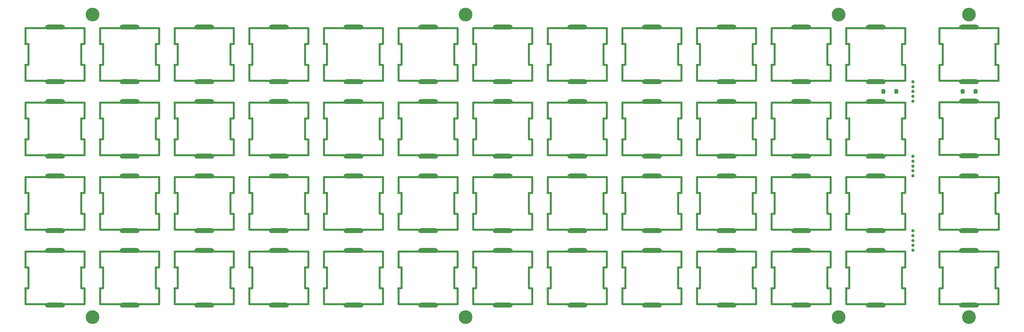
<source format=gbr>
G04 #@! TF.GenerationSoftware,KiCad,Pcbnew,(5.1.10-1-10_14)*
G04 #@! TF.CreationDate,2021-08-16T22:35:20-05:00*
G04 #@! TF.ProjectId,ori_top_plate,6f72695f-746f-4705-9f70-6c6174652e6b,rev?*
G04 #@! TF.SameCoordinates,Original*
G04 #@! TF.FileFunction,Soldermask,Bot*
G04 #@! TF.FilePolarity,Negative*
%FSLAX46Y46*%
G04 Gerber Fmt 4.6, Leading zero omitted, Abs format (unit mm)*
G04 Created by KiCad (PCBNEW (5.1.10-1-10_14)) date 2021-08-16 22:35:20*
%MOMM*%
%LPD*%
G01*
G04 APERTURE LIST*
%ADD10O,1.333500X0.508000*%
%ADD11O,5.080000X1.270000*%
%ADD12O,0.508000X5.842000*%
%ADD13O,0.508000X4.572000*%
%ADD14O,15.595600X0.508000*%
%ADD15C,0.800000*%
%ADD16C,3.500000*%
G04 APERTURE END LIST*
D10*
X396479760Y-109823700D03*
X382192260Y-109823700D03*
X396479760Y-104489700D03*
X382192260Y-104489700D03*
D11*
X389336010Y-114141700D03*
X389336010Y-100171700D03*
D12*
X382605010Y-107156700D03*
X396067010Y-107156700D03*
D13*
X381779510Y-111855700D03*
X396892510Y-111855700D03*
X396892510Y-102457700D03*
X381779510Y-102457700D03*
D14*
X389336010Y-113887700D03*
X389336010Y-100425700D03*
D10*
X396504752Y-90773620D03*
X382217252Y-90773620D03*
X396504752Y-85439620D03*
X382217252Y-85439620D03*
D11*
X389361002Y-95091620D03*
X389361002Y-81121620D03*
D12*
X382630002Y-88106620D03*
X396092002Y-88106620D03*
D13*
X381804502Y-92805620D03*
X396917502Y-92805620D03*
X396917502Y-83407620D03*
X381804502Y-83407620D03*
D14*
X389361002Y-94837620D03*
X389361002Y-81375620D03*
D10*
X396505120Y-71710880D03*
X382217620Y-71710880D03*
X396505120Y-66376880D03*
X382217620Y-66376880D03*
D11*
X389361370Y-76028880D03*
X389361370Y-62058880D03*
D12*
X382630370Y-69043880D03*
X396092370Y-69043880D03*
D13*
X381804870Y-73742880D03*
X396917870Y-73742880D03*
X396917870Y-64344880D03*
X381804870Y-64344880D03*
D14*
X389361370Y-75774880D03*
X389361370Y-62312880D03*
D10*
X396479760Y-52673460D03*
X382192260Y-52673460D03*
X396479760Y-47339460D03*
X382192260Y-47339460D03*
D11*
X389336010Y-56991460D03*
X389336010Y-43021460D03*
D12*
X382605010Y-50006460D03*
X396067010Y-50006460D03*
D13*
X381779510Y-54705460D03*
X396892510Y-54705460D03*
X396892510Y-45307460D03*
X381779510Y-45307460D03*
D14*
X389336010Y-56737460D03*
X389336010Y-43275460D03*
D10*
X372667160Y-109823700D03*
X358379660Y-109823700D03*
X372667160Y-104489700D03*
X358379660Y-104489700D03*
D11*
X365523410Y-114141700D03*
X365523410Y-100171700D03*
D12*
X358792410Y-107156700D03*
X372254410Y-107156700D03*
D13*
X357966910Y-111855700D03*
X373079910Y-111855700D03*
X373079910Y-102457700D03*
X357966910Y-102457700D03*
D14*
X365523410Y-113887700D03*
X365523410Y-100425700D03*
D10*
X353617080Y-109827000D03*
X339329580Y-109827000D03*
X353617080Y-104493000D03*
X339329580Y-104493000D03*
D11*
X346473330Y-114145000D03*
X346473330Y-100175000D03*
D12*
X339742330Y-107160000D03*
X353204330Y-107160000D03*
D13*
X338916830Y-111859000D03*
X354029830Y-111859000D03*
X354029830Y-102461000D03*
X338916830Y-102461000D03*
D14*
X346473330Y-113891000D03*
X346473330Y-100429000D03*
D10*
X334567000Y-109823700D03*
X320279500Y-109823700D03*
X334567000Y-104489700D03*
X320279500Y-104489700D03*
D11*
X327423250Y-114141700D03*
X327423250Y-100171700D03*
D12*
X320692250Y-107156700D03*
X334154250Y-107156700D03*
D13*
X319866750Y-111855700D03*
X334979750Y-111855700D03*
X334979750Y-102457700D03*
X319866750Y-102457700D03*
D14*
X327423250Y-113887700D03*
X327423250Y-100425700D03*
D10*
X315516920Y-109823700D03*
X301229420Y-109823700D03*
X315516920Y-104489700D03*
X301229420Y-104489700D03*
D11*
X308373170Y-114141700D03*
X308373170Y-100171700D03*
D12*
X301642170Y-107156700D03*
X315104170Y-107156700D03*
D13*
X300816670Y-111855700D03*
X315929670Y-111855700D03*
X315929670Y-102457700D03*
X300816670Y-102457700D03*
D14*
X308373170Y-113887700D03*
X308373170Y-100425700D03*
D10*
X296466840Y-109823700D03*
X282179340Y-109823700D03*
X296466840Y-104489700D03*
X282179340Y-104489700D03*
D11*
X289323090Y-114141700D03*
X289323090Y-100171700D03*
D12*
X282592090Y-107156700D03*
X296054090Y-107156700D03*
D13*
X281766590Y-111855700D03*
X296879590Y-111855700D03*
X296879590Y-102457700D03*
X281766590Y-102457700D03*
D14*
X289323090Y-113887700D03*
X289323090Y-100425700D03*
D10*
X277416760Y-109823700D03*
X263129260Y-109823700D03*
X277416760Y-104489700D03*
X263129260Y-104489700D03*
D11*
X270273010Y-114141700D03*
X270273010Y-100171700D03*
D12*
X263542010Y-107156700D03*
X277004010Y-107156700D03*
D13*
X262716510Y-111855700D03*
X277829510Y-111855700D03*
X277829510Y-102457700D03*
X262716510Y-102457700D03*
D14*
X270273010Y-113887700D03*
X270273010Y-100425700D03*
D10*
X258366680Y-109823700D03*
X244079180Y-109823700D03*
X258366680Y-104489700D03*
X244079180Y-104489700D03*
D11*
X251222930Y-114141700D03*
X251222930Y-100171700D03*
D12*
X244491930Y-107156700D03*
X257953930Y-107156700D03*
D13*
X243666430Y-111855700D03*
X258779430Y-111855700D03*
X258779430Y-102457700D03*
X243666430Y-102457700D03*
D14*
X251222930Y-113887700D03*
X251222930Y-100425700D03*
D10*
X239316600Y-109823700D03*
X225029100Y-109823700D03*
X239316600Y-104489700D03*
X225029100Y-104489700D03*
D11*
X232172850Y-114141700D03*
X232172850Y-100171700D03*
D12*
X225441850Y-107156700D03*
X238903850Y-107156700D03*
D13*
X224616350Y-111855700D03*
X239729350Y-111855700D03*
X239729350Y-102457700D03*
X224616350Y-102457700D03*
D14*
X232172850Y-113887700D03*
X232172850Y-100425700D03*
D10*
X220266520Y-109823700D03*
X205979020Y-109823700D03*
X220266520Y-104489700D03*
X205979020Y-104489700D03*
D11*
X213122770Y-114141700D03*
X213122770Y-100171700D03*
D12*
X206391770Y-107156700D03*
X219853770Y-107156700D03*
D13*
X205566270Y-111855700D03*
X220679270Y-111855700D03*
X220679270Y-102457700D03*
X205566270Y-102457700D03*
D14*
X213122770Y-113887700D03*
X213122770Y-100425700D03*
D10*
X201216440Y-109823700D03*
X186928940Y-109823700D03*
X201216440Y-104489700D03*
X186928940Y-104489700D03*
D11*
X194072690Y-114141700D03*
X194072690Y-100171700D03*
D12*
X187341690Y-107156700D03*
X200803690Y-107156700D03*
D13*
X186516190Y-111855700D03*
X201629190Y-111855700D03*
X201629190Y-102457700D03*
X186516190Y-102457700D03*
D14*
X194072690Y-113887700D03*
X194072690Y-100425700D03*
D10*
X182166360Y-109823700D03*
X167878860Y-109823700D03*
X182166360Y-104489700D03*
X167878860Y-104489700D03*
D11*
X175022610Y-114141700D03*
X175022610Y-100171700D03*
D12*
X168291610Y-107156700D03*
X181753610Y-107156700D03*
D13*
X167466110Y-111855700D03*
X182579110Y-111855700D03*
X182579110Y-102457700D03*
X167466110Y-102457700D03*
D14*
X175022610Y-113887700D03*
X175022610Y-100425700D03*
D10*
X163116280Y-109823700D03*
X148828780Y-109823700D03*
X163116280Y-104489700D03*
X148828780Y-104489700D03*
D11*
X155972530Y-114141700D03*
X155972530Y-100171700D03*
D12*
X149241530Y-107156700D03*
X162703530Y-107156700D03*
D13*
X148416030Y-111855700D03*
X163529030Y-111855700D03*
X163529030Y-102457700D03*
X148416030Y-102457700D03*
D14*
X155972530Y-113887700D03*
X155972530Y-100425700D03*
D10*
X372667160Y-90773620D03*
X358379660Y-90773620D03*
X372667160Y-85439620D03*
X358379660Y-85439620D03*
D11*
X365523410Y-95091620D03*
X365523410Y-81121620D03*
D12*
X358792410Y-88106620D03*
X372254410Y-88106620D03*
D13*
X357966910Y-92805620D03*
X373079910Y-92805620D03*
X373079910Y-83407620D03*
X357966910Y-83407620D03*
D14*
X365523410Y-94837620D03*
X365523410Y-81375620D03*
D10*
X353617080Y-90773620D03*
X339329580Y-90773620D03*
X353617080Y-85439620D03*
X339329580Y-85439620D03*
D11*
X346473330Y-95091620D03*
X346473330Y-81121620D03*
D12*
X339742330Y-88106620D03*
X353204330Y-88106620D03*
D13*
X338916830Y-92805620D03*
X354029830Y-92805620D03*
X354029830Y-83407620D03*
X338916830Y-83407620D03*
D14*
X346473330Y-94837620D03*
X346473330Y-81375620D03*
D10*
X334567000Y-90773620D03*
X320279500Y-90773620D03*
X334567000Y-85439620D03*
X320279500Y-85439620D03*
D11*
X327423250Y-95091620D03*
X327423250Y-81121620D03*
D12*
X320692250Y-88106620D03*
X334154250Y-88106620D03*
D13*
X319866750Y-92805620D03*
X334979750Y-92805620D03*
X334979750Y-83407620D03*
X319866750Y-83407620D03*
D14*
X327423250Y-94837620D03*
X327423250Y-81375620D03*
D10*
X315516920Y-90773620D03*
X301229420Y-90773620D03*
X315516920Y-85439620D03*
X301229420Y-85439620D03*
D11*
X308373170Y-95091620D03*
X308373170Y-81121620D03*
D12*
X301642170Y-88106620D03*
X315104170Y-88106620D03*
D13*
X300816670Y-92805620D03*
X315929670Y-92805620D03*
X315929670Y-83407620D03*
X300816670Y-83407620D03*
D14*
X308373170Y-94837620D03*
X308373170Y-81375620D03*
D10*
X296466840Y-90773620D03*
X282179340Y-90773620D03*
X296466840Y-85439620D03*
X282179340Y-85439620D03*
D11*
X289323090Y-95091620D03*
X289323090Y-81121620D03*
D12*
X282592090Y-88106620D03*
X296054090Y-88106620D03*
D13*
X281766590Y-92805620D03*
X296879590Y-92805620D03*
X296879590Y-83407620D03*
X281766590Y-83407620D03*
D14*
X289323090Y-94837620D03*
X289323090Y-81375620D03*
D10*
X277416760Y-90773620D03*
X263129260Y-90773620D03*
X277416760Y-85439620D03*
X263129260Y-85439620D03*
D11*
X270273010Y-95091620D03*
X270273010Y-81121620D03*
D12*
X263542010Y-88106620D03*
X277004010Y-88106620D03*
D13*
X262716510Y-92805620D03*
X277829510Y-92805620D03*
X277829510Y-83407620D03*
X262716510Y-83407620D03*
D14*
X270273010Y-94837620D03*
X270273010Y-81375620D03*
D10*
X258366680Y-90773620D03*
X244079180Y-90773620D03*
X258366680Y-85439620D03*
X244079180Y-85439620D03*
D11*
X251222930Y-95091620D03*
X251222930Y-81121620D03*
D12*
X244491930Y-88106620D03*
X257953930Y-88106620D03*
D13*
X243666430Y-92805620D03*
X258779430Y-92805620D03*
X258779430Y-83407620D03*
X243666430Y-83407620D03*
D14*
X251222930Y-94837620D03*
X251222930Y-81375620D03*
D10*
X239316600Y-90773620D03*
X225029100Y-90773620D03*
X239316600Y-85439620D03*
X225029100Y-85439620D03*
D11*
X232172850Y-95091620D03*
X232172850Y-81121620D03*
D12*
X225441850Y-88106620D03*
X238903850Y-88106620D03*
D13*
X224616350Y-92805620D03*
X239729350Y-92805620D03*
X239729350Y-83407620D03*
X224616350Y-83407620D03*
D14*
X232172850Y-94837620D03*
X232172850Y-81375620D03*
D10*
X220266520Y-90773620D03*
X205979020Y-90773620D03*
X220266520Y-85439620D03*
X205979020Y-85439620D03*
D11*
X213122770Y-95091620D03*
X213122770Y-81121620D03*
D12*
X206391770Y-88106620D03*
X219853770Y-88106620D03*
D13*
X205566270Y-92805620D03*
X220679270Y-92805620D03*
X220679270Y-83407620D03*
X205566270Y-83407620D03*
D14*
X213122770Y-94837620D03*
X213122770Y-81375620D03*
D10*
X201216440Y-90773620D03*
X186928940Y-90773620D03*
X201216440Y-85439620D03*
X186928940Y-85439620D03*
D11*
X194072690Y-95091620D03*
X194072690Y-81121620D03*
D12*
X187341690Y-88106620D03*
X200803690Y-88106620D03*
D13*
X186516190Y-92805620D03*
X201629190Y-92805620D03*
X201629190Y-83407620D03*
X186516190Y-83407620D03*
D14*
X194072690Y-94837620D03*
X194072690Y-81375620D03*
D10*
X182166360Y-90773620D03*
X167878860Y-90773620D03*
X182166360Y-85439620D03*
X167878860Y-85439620D03*
D11*
X175022610Y-95091620D03*
X175022610Y-81121620D03*
D12*
X168291610Y-88106620D03*
X181753610Y-88106620D03*
D13*
X167466110Y-92805620D03*
X182579110Y-92805620D03*
X182579110Y-83407620D03*
X167466110Y-83407620D03*
D14*
X175022610Y-94837620D03*
X175022610Y-81375620D03*
D10*
X163116280Y-90773620D03*
X148828780Y-90773620D03*
X163116280Y-85439620D03*
X148828780Y-85439620D03*
D11*
X155972530Y-95091620D03*
X155972530Y-81121620D03*
D12*
X149241530Y-88106620D03*
X162703530Y-88106620D03*
D13*
X148416030Y-92805620D03*
X163529030Y-92805620D03*
X163529030Y-83407620D03*
X148416030Y-83407620D03*
D14*
X155972530Y-94837620D03*
X155972530Y-81375620D03*
D10*
X372667160Y-71723540D03*
X358379660Y-71723540D03*
X372667160Y-66389540D03*
X358379660Y-66389540D03*
D11*
X365523410Y-76041540D03*
X365523410Y-62071540D03*
D12*
X358792410Y-69056540D03*
X372254410Y-69056540D03*
D13*
X357966910Y-73755540D03*
X373079910Y-73755540D03*
X373079910Y-64357540D03*
X357966910Y-64357540D03*
D14*
X365523410Y-75787540D03*
X365523410Y-62325540D03*
D10*
X353617080Y-71723540D03*
X339329580Y-71723540D03*
X353617080Y-66389540D03*
X339329580Y-66389540D03*
D11*
X346473330Y-76041540D03*
X346473330Y-62071540D03*
D12*
X339742330Y-69056540D03*
X353204330Y-69056540D03*
D13*
X338916830Y-73755540D03*
X354029830Y-73755540D03*
X354029830Y-64357540D03*
X338916830Y-64357540D03*
D14*
X346473330Y-75787540D03*
X346473330Y-62325540D03*
D10*
X334567000Y-71723540D03*
X320279500Y-71723540D03*
X334567000Y-66389540D03*
X320279500Y-66389540D03*
D11*
X327423250Y-76041540D03*
X327423250Y-62071540D03*
D12*
X320692250Y-69056540D03*
X334154250Y-69056540D03*
D13*
X319866750Y-73755540D03*
X334979750Y-73755540D03*
X334979750Y-64357540D03*
X319866750Y-64357540D03*
D14*
X327423250Y-75787540D03*
X327423250Y-62325540D03*
D10*
X315516920Y-71723540D03*
X301229420Y-71723540D03*
X315516920Y-66389540D03*
X301229420Y-66389540D03*
D11*
X308373170Y-76041540D03*
X308373170Y-62071540D03*
D12*
X301642170Y-69056540D03*
X315104170Y-69056540D03*
D13*
X300816670Y-73755540D03*
X315929670Y-73755540D03*
X315929670Y-64357540D03*
X300816670Y-64357540D03*
D14*
X308373170Y-75787540D03*
X308373170Y-62325540D03*
D10*
X296466840Y-71723540D03*
X282179340Y-71723540D03*
X296466840Y-66389540D03*
X282179340Y-66389540D03*
D11*
X289323090Y-76041540D03*
X289323090Y-62071540D03*
D12*
X282592090Y-69056540D03*
X296054090Y-69056540D03*
D13*
X281766590Y-73755540D03*
X296879590Y-73755540D03*
X296879590Y-64357540D03*
X281766590Y-64357540D03*
D14*
X289323090Y-75787540D03*
X289323090Y-62325540D03*
D10*
X277416760Y-71723540D03*
X263129260Y-71723540D03*
X277416760Y-66389540D03*
X263129260Y-66389540D03*
D11*
X270273010Y-76041540D03*
X270273010Y-62071540D03*
D12*
X263542010Y-69056540D03*
X277004010Y-69056540D03*
D13*
X262716510Y-73755540D03*
X277829510Y-73755540D03*
X277829510Y-64357540D03*
X262716510Y-64357540D03*
D14*
X270273010Y-75787540D03*
X270273010Y-62325540D03*
D10*
X258366680Y-71723540D03*
X244079180Y-71723540D03*
X258366680Y-66389540D03*
X244079180Y-66389540D03*
D11*
X251222930Y-76041540D03*
X251222930Y-62071540D03*
D12*
X244491930Y-69056540D03*
X257953930Y-69056540D03*
D13*
X243666430Y-73755540D03*
X258779430Y-73755540D03*
X258779430Y-64357540D03*
X243666430Y-64357540D03*
D14*
X251222930Y-75787540D03*
X251222930Y-62325540D03*
D10*
X239316600Y-71723540D03*
X225029100Y-71723540D03*
X239316600Y-66389540D03*
X225029100Y-66389540D03*
D11*
X232172850Y-76041540D03*
X232172850Y-62071540D03*
D12*
X225441850Y-69056540D03*
X238903850Y-69056540D03*
D13*
X224616350Y-73755540D03*
X239729350Y-73755540D03*
X239729350Y-64357540D03*
X224616350Y-64357540D03*
D14*
X232172850Y-75787540D03*
X232172850Y-62325540D03*
D10*
X220266520Y-71723540D03*
X205979020Y-71723540D03*
X220266520Y-66389540D03*
X205979020Y-66389540D03*
D11*
X213122770Y-76041540D03*
X213122770Y-62071540D03*
D12*
X206391770Y-69056540D03*
X219853770Y-69056540D03*
D13*
X205566270Y-73755540D03*
X220679270Y-73755540D03*
X220679270Y-64357540D03*
X205566270Y-64357540D03*
D14*
X213122770Y-75787540D03*
X213122770Y-62325540D03*
D10*
X201216440Y-71723540D03*
X186928940Y-71723540D03*
X201216440Y-66389540D03*
X186928940Y-66389540D03*
D11*
X194072690Y-76041540D03*
X194072690Y-62071540D03*
D12*
X187341690Y-69056540D03*
X200803690Y-69056540D03*
D13*
X186516190Y-73755540D03*
X201629190Y-73755540D03*
X201629190Y-64357540D03*
X186516190Y-64357540D03*
D14*
X194072690Y-75787540D03*
X194072690Y-62325540D03*
D10*
X182166360Y-71723540D03*
X167878860Y-71723540D03*
X182166360Y-66389540D03*
X167878860Y-66389540D03*
D11*
X175022610Y-76041540D03*
X175022610Y-62071540D03*
D12*
X168291610Y-69056540D03*
X181753610Y-69056540D03*
D13*
X167466110Y-73755540D03*
X182579110Y-73755540D03*
X182579110Y-64357540D03*
X167466110Y-64357540D03*
D14*
X175022610Y-75787540D03*
X175022610Y-62325540D03*
D10*
X163116280Y-71723540D03*
X148828780Y-71723540D03*
X163116280Y-66389540D03*
X148828780Y-66389540D03*
D11*
X155972530Y-76041540D03*
X155972530Y-62071540D03*
D12*
X149241530Y-69056540D03*
X162703530Y-69056540D03*
D13*
X148416030Y-73755540D03*
X163529030Y-73755540D03*
X163529030Y-64357540D03*
X148416030Y-64357540D03*
D14*
X155972530Y-75787540D03*
X155972530Y-62325540D03*
D10*
X372667160Y-52673460D03*
X358379660Y-52673460D03*
X372667160Y-47339460D03*
X358379660Y-47339460D03*
D11*
X365523410Y-56991460D03*
X365523410Y-43021460D03*
D12*
X358792410Y-50006460D03*
X372254410Y-50006460D03*
D13*
X357966910Y-54705460D03*
X373079910Y-54705460D03*
X373079910Y-45307460D03*
X357966910Y-45307460D03*
D14*
X365523410Y-56737460D03*
X365523410Y-43275460D03*
D10*
X353617080Y-52673460D03*
X339329580Y-52673460D03*
X353617080Y-47339460D03*
X339329580Y-47339460D03*
D11*
X346473330Y-56991460D03*
X346473330Y-43021460D03*
D12*
X339742330Y-50006460D03*
X353204330Y-50006460D03*
D13*
X338916830Y-54705460D03*
X354029830Y-54705460D03*
X354029830Y-45307460D03*
X338916830Y-45307460D03*
D14*
X346473330Y-56737460D03*
X346473330Y-43275460D03*
D10*
X334567000Y-52673460D03*
X320279500Y-52673460D03*
X334567000Y-47339460D03*
X320279500Y-47339460D03*
D11*
X327423250Y-56991460D03*
X327423250Y-43021460D03*
D12*
X320692250Y-50006460D03*
X334154250Y-50006460D03*
D13*
X319866750Y-54705460D03*
X334979750Y-54705460D03*
X334979750Y-45307460D03*
X319866750Y-45307460D03*
D14*
X327423250Y-56737460D03*
X327423250Y-43275460D03*
D10*
X315516920Y-52673460D03*
X301229420Y-52673460D03*
X315516920Y-47339460D03*
X301229420Y-47339460D03*
D11*
X308373170Y-56991460D03*
X308373170Y-43021460D03*
D12*
X301642170Y-50006460D03*
X315104170Y-50006460D03*
D13*
X300816670Y-54705460D03*
X315929670Y-54705460D03*
X315929670Y-45307460D03*
X300816670Y-45307460D03*
D14*
X308373170Y-56737460D03*
X308373170Y-43275460D03*
D10*
X296466840Y-52673460D03*
X282179340Y-52673460D03*
X296466840Y-47339460D03*
X282179340Y-47339460D03*
D11*
X289323090Y-56991460D03*
X289323090Y-43021460D03*
D12*
X282592090Y-50006460D03*
X296054090Y-50006460D03*
D13*
X281766590Y-54705460D03*
X296879590Y-54705460D03*
X296879590Y-45307460D03*
X281766590Y-45307460D03*
D14*
X289323090Y-56737460D03*
X289323090Y-43275460D03*
D10*
X277416760Y-52673460D03*
X263129260Y-52673460D03*
X277416760Y-47339460D03*
X263129260Y-47339460D03*
D11*
X270273010Y-56991460D03*
X270273010Y-43021460D03*
D12*
X263542010Y-50006460D03*
X277004010Y-50006460D03*
D13*
X262716510Y-54705460D03*
X277829510Y-54705460D03*
X277829510Y-45307460D03*
X262716510Y-45307460D03*
D14*
X270273010Y-56737460D03*
X270273010Y-43275460D03*
D10*
X258366680Y-52673460D03*
X244079180Y-52673460D03*
X258366680Y-47339460D03*
X244079180Y-47339460D03*
D11*
X251222930Y-56991460D03*
X251222930Y-43021460D03*
D12*
X244491930Y-50006460D03*
X257953930Y-50006460D03*
D13*
X243666430Y-54705460D03*
X258779430Y-54705460D03*
X258779430Y-45307460D03*
X243666430Y-45307460D03*
D14*
X251222930Y-56737460D03*
X251222930Y-43275460D03*
D10*
X239316600Y-52673460D03*
X225029100Y-52673460D03*
X239316600Y-47339460D03*
X225029100Y-47339460D03*
D11*
X232172850Y-56991460D03*
X232172850Y-43021460D03*
D12*
X225441850Y-50006460D03*
X238903850Y-50006460D03*
D13*
X224616350Y-54705460D03*
X239729350Y-54705460D03*
X239729350Y-45307460D03*
X224616350Y-45307460D03*
D14*
X232172850Y-56737460D03*
X232172850Y-43275460D03*
D10*
X220266520Y-52673460D03*
X205979020Y-52673460D03*
X220266520Y-47339460D03*
X205979020Y-47339460D03*
D11*
X213122770Y-56991460D03*
X213122770Y-43021460D03*
D12*
X206391770Y-50006460D03*
X219853770Y-50006460D03*
D13*
X205566270Y-54705460D03*
X220679270Y-54705460D03*
X220679270Y-45307460D03*
X205566270Y-45307460D03*
D14*
X213122770Y-56737460D03*
X213122770Y-43275460D03*
D10*
X201216440Y-52673460D03*
X186928940Y-52673460D03*
X201216440Y-47339460D03*
X186928940Y-47339460D03*
D11*
X194072690Y-56991460D03*
X194072690Y-43021460D03*
D12*
X187341690Y-50006460D03*
X200803690Y-50006460D03*
D13*
X186516190Y-54705460D03*
X201629190Y-54705460D03*
X201629190Y-45307460D03*
X186516190Y-45307460D03*
D14*
X194072690Y-56737460D03*
X194072690Y-43275460D03*
D10*
X182166360Y-52673460D03*
X167878860Y-52673460D03*
X182166360Y-47339460D03*
X167878860Y-47339460D03*
D11*
X175022610Y-56991460D03*
X175022610Y-43021460D03*
D12*
X168291610Y-50006460D03*
X181753610Y-50006460D03*
D13*
X167466110Y-54705460D03*
X182579110Y-54705460D03*
X182579110Y-45307460D03*
X167466110Y-45307460D03*
D14*
X175022610Y-56737460D03*
X175022610Y-43275460D03*
D10*
X163116280Y-52673460D03*
X148828780Y-52673460D03*
X163116280Y-47339460D03*
X148828780Y-47339460D03*
D11*
X155972530Y-56991460D03*
X155972530Y-43021460D03*
D12*
X149241530Y-50006460D03*
X162703530Y-50006460D03*
D13*
X148416030Y-54705460D03*
X163529030Y-54705460D03*
X163529030Y-45307460D03*
X148416030Y-45307460D03*
D14*
X155972530Y-56737460D03*
X155972530Y-43275460D03*
D15*
X375048450Y-97631692D03*
X375048450Y-96381692D03*
X375048450Y-95131692D03*
X375048450Y-98881692D03*
X375048450Y-100131692D03*
G36*
G01*
X370270360Y-59868904D02*
X370270360Y-59168904D01*
G75*
G02*
X370520360Y-58918904I250000J0D01*
G01*
X371020360Y-58918904D01*
G75*
G02*
X371270360Y-59168904I0J-250000D01*
G01*
X371270360Y-59868904D01*
G75*
G02*
X371020360Y-60118904I-250000J0D01*
G01*
X370520360Y-60118904D01*
G75*
G02*
X370270360Y-59868904I0J250000D01*
G01*
G37*
G36*
G01*
X366970360Y-59868904D02*
X366970360Y-59168904D01*
G75*
G02*
X367220360Y-58918904I250000J0D01*
G01*
X367720360Y-58918904D01*
G75*
G02*
X367970360Y-59168904I0J-250000D01*
G01*
X367970360Y-59868904D01*
G75*
G02*
X367720360Y-60118904I-250000J0D01*
G01*
X367220360Y-60118904D01*
G75*
G02*
X366970360Y-59868904I0J250000D01*
G01*
G37*
X375048450Y-78581580D03*
X375048450Y-77331580D03*
X375048450Y-76081580D03*
X375048450Y-79831580D03*
X375048450Y-81081580D03*
X375048450Y-59518808D03*
X375048450Y-58268808D03*
X375048450Y-57018808D03*
X375048450Y-60768808D03*
X375048450Y-62018808D03*
G36*
G01*
X388211370Y-59168840D02*
X388211370Y-59868840D01*
G75*
G02*
X387961370Y-60118840I-250000J0D01*
G01*
X387461370Y-60118840D01*
G75*
G02*
X387211370Y-59868840I0J250000D01*
G01*
X387211370Y-59168840D01*
G75*
G02*
X387461370Y-58918840I250000J0D01*
G01*
X387961370Y-58918840D01*
G75*
G02*
X388211370Y-59168840I0J-250000D01*
G01*
G37*
G36*
G01*
X391511370Y-59168840D02*
X391511370Y-59868840D01*
G75*
G02*
X391261370Y-60118840I-250000J0D01*
G01*
X390761370Y-60118840D01*
G75*
G02*
X390511370Y-59868840I0J250000D01*
G01*
X390511370Y-59168840D01*
G75*
G02*
X390761370Y-58918840I250000J0D01*
G01*
X391261370Y-58918840D01*
G75*
G02*
X391511370Y-59168840I0J-250000D01*
G01*
G37*
D16*
X165523314Y-39873575D03*
X165523314Y-117264265D03*
X260773394Y-39873575D03*
X260773394Y-117264265D03*
X356023474Y-39873575D03*
X356023474Y-117264265D03*
X389361002Y-39873575D03*
X389361002Y-117264265D03*
M02*

</source>
